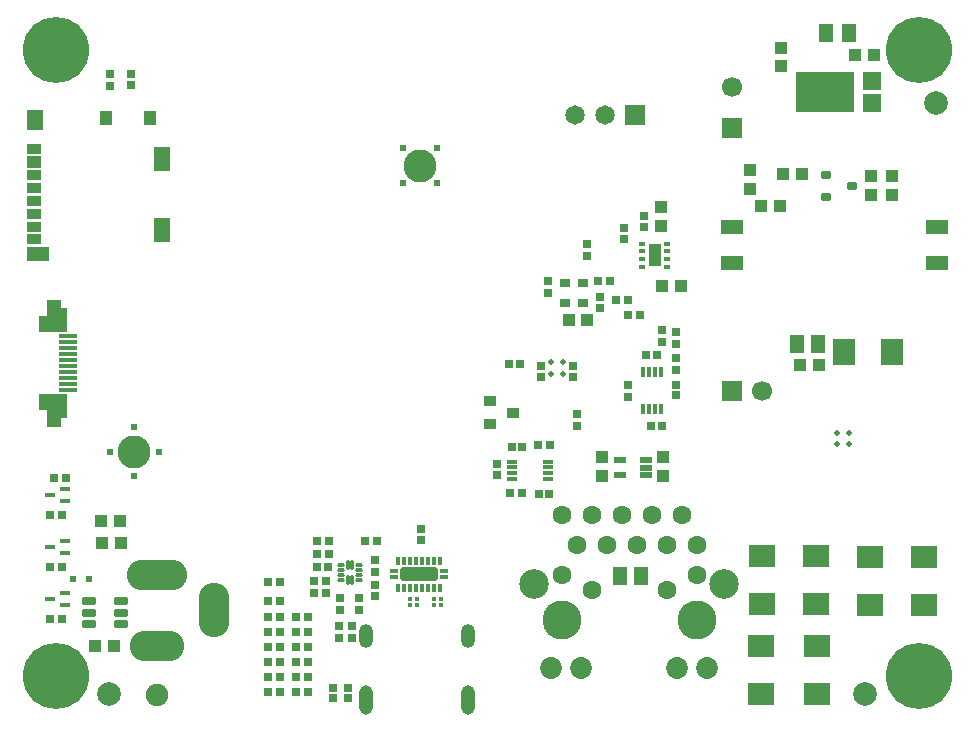
<source format=gbs>
G04*
G04 #@! TF.GenerationSoftware,Altium Limited,Altium Designer,20.0.13 (296)*
G04*
G04 Layer_Color=16711935*
%FSLAX44Y44*%
%MOMM*%
G71*
G01*
G75*
%ADD66R,0.4000X0.9000*%
%ADD67R,0.9000X0.4000*%
%ADD70R,1.1516X1.5016*%
%ADD71R,1.2516X1.5516*%
%ADD72R,0.7516X0.6516*%
%ADD77C,2.0000*%
%ADD79R,1.0016X1.1016*%
%ADD81R,0.7216X0.7216*%
%ADD82R,0.7216X0.7216*%
%ADD83R,1.1016X1.0016*%
%ADD84R,0.6516X0.7516*%
%ADD90R,1.8796X2.2606*%
%ADD102C,1.7000*%
%ADD103R,1.7000X1.7000*%
%ADD104C,1.6016*%
%ADD105C,1.8516*%
%ADD106C,3.3016*%
%ADD107C,2.5016*%
%ADD109C,1.9016*%
%ADD110O,4.6000X2.6000*%
%ADD111O,5.1000X2.6000*%
%ADD112O,2.6000X4.6000*%
%ADD113C,1.6516*%
%ADD114R,1.6516X1.6516*%
%ADD115C,5.6016*%
%ADD116O,1.2000X2.0000*%
%ADD117O,1.2000X2.5000*%
%ADD118R,1.7000X1.7000*%
%ADD119C,0.5080*%
%ADD120C,0.6080*%
%ADD198R,1.5016X1.4916*%
%ADD199R,4.9616X3.4616*%
%ADD200R,1.0000X0.5000*%
%ADD201R,1.0216X1.0816*%
G04:AMPARAMS|DCode=202|XSize=0.5mm|YSize=0.4mm|CornerRadius=0mm|HoleSize=0mm|Usage=FLASHONLY|Rotation=180.000|XOffset=0mm|YOffset=0mm|HoleType=Round|Shape=RoundedRectangle|*
%AMROUNDEDRECTD202*
21,1,0.5000,0.4000,0,0,180.0*
21,1,0.5000,0.4000,0,0,180.0*
1,1,0.0000,-0.2500,0.2000*
1,1,0.0000,0.2500,0.2000*
1,1,0.0000,0.2500,-0.2000*
1,1,0.0000,-0.2500,-0.2000*
%
%ADD202ROUNDEDRECTD202*%
G04:AMPARAMS|DCode=203|XSize=1.1mm|YSize=1.9mm|CornerRadius=0.01mm|HoleSize=0mm|Usage=FLASHONLY|Rotation=180.000|XOffset=0mm|YOffset=0mm|HoleType=Round|Shape=RoundedRectangle|*
%AMROUNDEDRECTD203*
21,1,1.1000,1.8800,0,0,180.0*
21,1,1.0800,1.9000,0,0,180.0*
1,1,0.0200,-0.5400,0.9400*
1,1,0.0200,0.5400,0.9400*
1,1,0.0200,0.5400,-0.9400*
1,1,0.0200,-0.5400,-0.9400*
%
%ADD203ROUNDEDRECTD203*%
%ADD204R,1.0016X0.9016*%
%ADD205R,0.8116X0.4016*%
%ADD206R,0.5816X0.5016*%
G04:AMPARAMS|DCode=207|XSize=0.7016mm|YSize=1.1016mm|CornerRadius=0.1018mm|HoleSize=0mm|Usage=FLASHONLY|Rotation=270.000|XOffset=0mm|YOffset=0mm|HoleType=Round|Shape=RoundedRectangle|*
%AMROUNDEDRECTD207*
21,1,0.7016,0.8980,0,0,270.0*
21,1,0.4980,1.1016,0,0,270.0*
1,1,0.2036,-0.4490,-0.2490*
1,1,0.2036,-0.4490,0.2490*
1,1,0.2036,0.4490,0.2490*
1,1,0.2036,0.4490,-0.2490*
%
%ADD207ROUNDEDRECTD207*%
%ADD208R,1.5066X0.4066*%
%ADD209R,1.1016X1.1016*%
%ADD210R,0.9516X0.7516*%
%ADD211R,1.4516X1.6516*%
%ADD212R,1.9016X1.2716*%
%ADD213R,1.4516X2.0016*%
%ADD214R,1.1016X1.3016*%
%ADD215R,1.2016X0.9516*%
%ADD216R,1.2016X0.9766*%
%ADD217R,1.2016X0.8516*%
%ADD218R,1.9016X1.2516*%
G04:AMPARAMS|DCode=219|XSize=0.6516mm|YSize=0.9016mm|CornerRadius=0.1003mm|HoleSize=0mm|Usage=FLASHONLY|Rotation=270.000|XOffset=0mm|YOffset=0mm|HoleType=Round|Shape=RoundedRectangle|*
%AMROUNDEDRECTD219*
21,1,0.6516,0.7010,0,0,270.0*
21,1,0.4510,0.9016,0,0,270.0*
1,1,0.2006,-0.3505,-0.2255*
1,1,0.2006,-0.3505,0.2255*
1,1,0.2006,0.3505,0.2255*
1,1,0.2006,0.3505,-0.2255*
%
%ADD219ROUNDEDRECTD219*%
%ADD220R,0.4216X0.4616*%
G04:AMPARAMS|DCode=221|XSize=0.39mm|YSize=0.74mm|CornerRadius=0.095mm|HoleSize=0mm|Usage=FLASHONLY|Rotation=180.000|XOffset=0mm|YOffset=0mm|HoleType=Round|Shape=RoundedRectangle|*
%AMROUNDEDRECTD221*
21,1,0.3900,0.5500,0,0,180.0*
21,1,0.2000,0.7400,0,0,180.0*
1,1,0.1900,-0.1000,0.2750*
1,1,0.1900,0.1000,0.2750*
1,1,0.1900,0.1000,-0.2750*
1,1,0.1900,-0.1000,-0.2750*
%
%ADD221ROUNDEDRECTD221*%
G04:AMPARAMS|DCode=222|XSize=1.14mm|YSize=3.14mm|CornerRadius=0.12mm|HoleSize=0mm|Usage=FLASHONLY|Rotation=270.000|XOffset=0mm|YOffset=0mm|HoleType=Round|Shape=RoundedRectangle|*
%AMROUNDEDRECTD222*
21,1,1.1400,2.9000,0,0,270.0*
21,1,0.9000,3.1400,0,0,270.0*
1,1,0.2400,-1.4500,-0.4500*
1,1,0.2400,-1.4500,0.4500*
1,1,0.2400,1.4500,0.4500*
1,1,0.2400,1.4500,-0.4500*
%
%ADD222ROUNDEDRECTD222*%
G04:AMPARAMS|DCode=223|XSize=0.39mm|YSize=0.74mm|CornerRadius=0.095mm|HoleSize=0mm|Usage=FLASHONLY|Rotation=270.000|XOffset=0mm|YOffset=0mm|HoleType=Round|Shape=RoundedRectangle|*
%AMROUNDEDRECTD223*
21,1,0.3900,0.5500,0,0,270.0*
21,1,0.2000,0.7400,0,0,270.0*
1,1,0.1900,-0.2750,-0.1000*
1,1,0.1900,-0.2750,0.1000*
1,1,0.1900,0.2750,0.1000*
1,1,0.1900,0.2750,-0.1000*
%
%ADD223ROUNDEDRECTD223*%
G04:AMPARAMS|DCode=224|XSize=0.3mm|YSize=0.6mm|CornerRadius=0.1mm|HoleSize=0mm|Usage=FLASHONLY|Rotation=90.000|XOffset=0mm|YOffset=0mm|HoleType=Round|Shape=RoundedRectangle|*
%AMROUNDEDRECTD224*
21,1,0.3000,0.4000,0,0,90.0*
21,1,0.1000,0.6000,0,0,90.0*
1,1,0.2000,0.2000,0.0500*
1,1,0.2000,0.2000,-0.0500*
1,1,0.2000,-0.2000,-0.0500*
1,1,0.2000,-0.2000,0.0500*
%
%ADD224ROUNDEDRECTD224*%
G04:AMPARAMS|DCode=225|XSize=0.3mm|YSize=0.8mm|CornerRadius=0.1mm|HoleSize=0mm|Usage=FLASHONLY|Rotation=180.000|XOffset=0mm|YOffset=0mm|HoleType=Round|Shape=RoundedRectangle|*
%AMROUNDEDRECTD225*
21,1,0.3000,0.6000,0,0,180.0*
21,1,0.1000,0.8000,0,0,180.0*
1,1,0.2000,-0.0500,0.3000*
1,1,0.2000,0.0500,0.3000*
1,1,0.2000,0.0500,-0.3000*
1,1,0.2000,-0.0500,-0.3000*
%
%ADD225ROUNDEDRECTD225*%
%ADD226R,2.2606X1.8796*%
%ADD227R,2.4016X1.3516*%
%ADD228R,1.2016X2.7516*%
%ADD229R,1.7016X2.0516*%
%ADD230R,1.7016X2.0516*%
%ADD231R,1.2016X2.7516*%
%ADD232C,2.8000*%
G36*
X37775Y352646D02*
X37870Y352617D01*
X37959Y352569D01*
X38036Y352506D01*
X38100Y352429D01*
X38147Y352340D01*
X38176Y352245D01*
X38186Y352145D01*
X38176Y352045D01*
X38147Y351950D01*
X38100Y351861D01*
X38036Y351784D01*
X37959Y351721D01*
X37870Y351673D01*
X37775Y351644D01*
X37675Y351635D01*
X37576Y351644D01*
X37480Y351673D01*
X37392Y351721D01*
X37314Y351784D01*
X37251Y351861D01*
X37204Y351950D01*
X37174Y352045D01*
X37165Y352145D01*
X37174Y352245D01*
X37204Y352340D01*
X37251Y352429D01*
X37314Y352506D01*
X37392Y352569D01*
X37480Y352617D01*
X37576Y352646D01*
X37675Y352655D01*
X37775Y352646D01*
D02*
G37*
D66*
X532131Y292016D02*
D03*
X537131D02*
D03*
X542131D02*
D03*
X547131D02*
D03*
X532131Y261016D02*
D03*
X537131D02*
D03*
X542131D02*
D03*
X547131D02*
D03*
D67*
X420500Y201500D02*
D03*
Y206500D02*
D03*
Y211500D02*
D03*
Y216500D02*
D03*
X451500Y201500D02*
D03*
Y206500D02*
D03*
Y211500D02*
D03*
Y216500D02*
D03*
D70*
X706000Y579000D02*
D03*
X687000D02*
D03*
D71*
X512000Y120000D02*
D03*
X530000D02*
D03*
X662000Y316000D02*
D03*
X680000D02*
D03*
D72*
X560000Y326000D02*
D03*
Y316000D02*
D03*
X548000Y328000D02*
D03*
Y318000D02*
D03*
X98232Y545038D02*
D03*
Y535038D02*
D03*
X80568Y534663D02*
D03*
Y544663D02*
D03*
X451581Y359170D02*
D03*
Y369170D02*
D03*
X484500Y400500D02*
D03*
Y390500D02*
D03*
X291000Y91003D02*
D03*
Y101003D02*
D03*
X275000Y91003D02*
D03*
Y101003D02*
D03*
X305000Y133000D02*
D03*
Y123000D02*
D03*
X274000Y77003D02*
D03*
Y67003D02*
D03*
X285000Y77003D02*
D03*
Y67003D02*
D03*
X475600Y246400D02*
D03*
Y256400D02*
D03*
X408000Y204704D02*
D03*
Y214704D02*
D03*
X560000Y304000D02*
D03*
Y294000D02*
D03*
X519000Y271000D02*
D03*
Y281000D02*
D03*
D77*
X80000Y20000D02*
D03*
X780000Y520000D02*
D03*
X720000Y20000D02*
D03*
D79*
X727000Y561000D02*
D03*
X711000D02*
D03*
X681000Y298000D02*
D03*
X665000D02*
D03*
X73406Y147829D02*
D03*
X89406D02*
D03*
X89000Y166000D02*
D03*
X73000D02*
D03*
X68000Y60000D02*
D03*
X84000D02*
D03*
X564000Y365000D02*
D03*
X548000D02*
D03*
X632000Y432500D02*
D03*
X648000D02*
D03*
X666000Y460000D02*
D03*
X650000D02*
D03*
D81*
X443500Y188703D02*
D03*
X452500D02*
D03*
X547500Y247000D02*
D03*
X538500D02*
D03*
X420500Y229000D02*
D03*
X429500D02*
D03*
D82*
X515241Y405000D02*
D03*
Y414000D02*
D03*
X533000Y424500D02*
D03*
Y415500D02*
D03*
X495581Y355670D02*
D03*
Y346670D02*
D03*
X268868Y25203D02*
D03*
Y16203D02*
D03*
X282100Y24900D02*
D03*
Y15900D02*
D03*
X343922Y159452D02*
D03*
Y150452D02*
D03*
X305000Y112000D02*
D03*
Y103000D02*
D03*
X472250Y288189D02*
D03*
Y297189D02*
D03*
X445250Y288132D02*
D03*
Y297132D02*
D03*
X560000Y272500D02*
D03*
Y281500D02*
D03*
D83*
X497000Y204000D02*
D03*
Y220000D02*
D03*
X549000Y204000D02*
D03*
Y220000D02*
D03*
X622500Y463000D02*
D03*
Y447000D02*
D03*
X649000Y567000D02*
D03*
Y551000D02*
D03*
X547000Y416000D02*
D03*
Y432000D02*
D03*
X725000Y458000D02*
D03*
Y442000D02*
D03*
X742500Y442000D02*
D03*
Y458000D02*
D03*
D84*
X494000Y369000D02*
D03*
X504000D02*
D03*
X224308Y85238D02*
D03*
X214308D02*
D03*
X224308Y98238D02*
D03*
X214308D02*
D03*
X238308Y34038D02*
D03*
X248308D02*
D03*
X238308Y46838D02*
D03*
X248308D02*
D03*
X39500Y83500D02*
D03*
X29500D02*
D03*
X39500Y171500D02*
D03*
X29500D02*
D03*
X43000Y203000D02*
D03*
X33000D02*
D03*
X39494Y127506D02*
D03*
X29494D02*
D03*
X224308Y21238D02*
D03*
X214308D02*
D03*
X224308Y34038D02*
D03*
X214308D02*
D03*
X224308Y46838D02*
D03*
X214308D02*
D03*
X224308Y59638D02*
D03*
X214308D02*
D03*
X224308Y72438D02*
D03*
X214308D02*
D03*
X238308Y21238D02*
D03*
X248308D02*
D03*
X238308Y72438D02*
D03*
X248308D02*
D03*
X238308Y59638D02*
D03*
X248308D02*
D03*
X238308Y85238D02*
D03*
X248308D02*
D03*
X214576Y114504D02*
D03*
X224576D02*
D03*
X529000Y341000D02*
D03*
X519000D02*
D03*
X518741Y353022D02*
D03*
X508741D02*
D03*
X253501Y115504D02*
D03*
X263501D02*
D03*
X253501Y105504D02*
D03*
X263501D02*
D03*
X255382Y126936D02*
D03*
X265382D02*
D03*
X256000Y138000D02*
D03*
X266000D02*
D03*
X296363Y149228D02*
D03*
X306363D02*
D03*
X256000Y149000D02*
D03*
X266000D02*
D03*
X428000Y299000D02*
D03*
X418000D02*
D03*
X443000Y230750D02*
D03*
X453000D02*
D03*
X419000Y189704D02*
D03*
X429000D02*
D03*
X544000Y307000D02*
D03*
X534000D02*
D03*
D90*
X742320Y309000D02*
D03*
X701680D02*
D03*
D102*
X607000Y533500D02*
D03*
X632500Y276000D02*
D03*
D103*
X607000Y498500D02*
D03*
D104*
X475550Y145500D02*
D03*
X500950D02*
D03*
X526350D02*
D03*
X551750D02*
D03*
X577150D02*
D03*
X564450Y170900D02*
D03*
X539050D02*
D03*
X513650D02*
D03*
X488250D02*
D03*
X462850D02*
D03*
X577150Y120300D02*
D03*
X551750Y107600D02*
D03*
X488250D02*
D03*
X462850Y120300D02*
D03*
D105*
X586300Y41400D02*
D03*
X560900D02*
D03*
X479100D02*
D03*
X453700D02*
D03*
D106*
X577150Y82000D02*
D03*
X462850D02*
D03*
D107*
X600645Y112500D02*
D03*
X439355D02*
D03*
D109*
X120000Y18500D02*
D03*
D110*
X120000Y60250D02*
D03*
D111*
X120000Y120250D02*
D03*
D112*
X168250Y90500D02*
D03*
D113*
X474200Y510000D02*
D03*
X499600D02*
D03*
D114*
X525000D02*
D03*
D115*
X765000Y35000D02*
D03*
X35000Y565000D02*
D03*
Y35000D02*
D03*
X765000Y565000D02*
D03*
D116*
X383200Y68403D02*
D03*
X296800D02*
D03*
D117*
X383200Y14803D02*
D03*
X296800D02*
D03*
D118*
X607500Y276000D02*
D03*
D119*
X705764Y231071D02*
D03*
X695764Y231071D02*
D03*
X695764Y241071D02*
D03*
X705764Y241071D02*
D03*
X463750Y291000D02*
D03*
X453750D02*
D03*
X463750Y301000D02*
D03*
X453750D02*
D03*
D120*
X80250Y225000D02*
D03*
X121750D02*
D03*
X101000Y245750D02*
D03*
Y204250D02*
D03*
X357673Y481672D02*
D03*
X328328Y452327D02*
D03*
X357673D02*
D03*
X328328Y481672D02*
D03*
D198*
X726000Y538400D02*
D03*
Y520000D02*
D03*
D199*
X686180Y529200D02*
D03*
D200*
X534001Y211251D02*
D03*
Y217751D02*
D03*
X512001D02*
D03*
X534001Y204751D02*
D03*
X512001D02*
D03*
D201*
X484481Y336170D02*
D03*
X468681D02*
D03*
D202*
X531000Y401000D02*
D03*
Y394500D02*
D03*
Y388000D02*
D03*
Y381500D02*
D03*
X552000D02*
D03*
Y388000D02*
D03*
Y394500D02*
D03*
Y401000D02*
D03*
D203*
X541500Y391250D02*
D03*
D204*
X402000Y267500D02*
D03*
Y248500D02*
D03*
X422000Y258000D02*
D03*
D205*
X42200Y105000D02*
D03*
Y95000D02*
D03*
X30000Y100000D02*
D03*
X42194Y149006D02*
D03*
Y139006D02*
D03*
X29994Y144006D02*
D03*
X42200Y193000D02*
D03*
Y183000D02*
D03*
X30000Y188000D02*
D03*
D206*
X49400Y117000D02*
D03*
X62600D02*
D03*
D207*
X90077Y79040D02*
D03*
Y88539D02*
D03*
Y98040D02*
D03*
X62577D02*
D03*
Y88539D02*
D03*
Y79040D02*
D03*
D208*
X44945Y277415D02*
D03*
D03*
Y282415D02*
D03*
Y287415D02*
D03*
Y292415D02*
D03*
Y297415D02*
D03*
Y302415D02*
D03*
Y307415D02*
D03*
Y312415D02*
D03*
Y317415D02*
D03*
Y322415D02*
D03*
D209*
X35135Y262925D02*
D03*
X35055Y337075D02*
D03*
D210*
X465831Y350920D02*
D03*
X481331Y367420D02*
D03*
Y350920D02*
D03*
X465831Y367420D02*
D03*
D211*
X17125Y505725D02*
D03*
D212*
X19375Y392525D02*
D03*
D213*
X124125Y472475D02*
D03*
Y412775D02*
D03*
D214*
X114375Y507475D02*
D03*
X77375D02*
D03*
D215*
X15875Y481125D02*
D03*
Y459125D02*
D03*
Y448125D02*
D03*
Y437125D02*
D03*
Y426125D02*
D03*
Y415125D02*
D03*
D216*
Y470125D02*
D03*
D217*
Y404625D02*
D03*
D218*
X781000Y385000D02*
D03*
Y415000D02*
D03*
X607000Y385000D02*
D03*
Y415000D02*
D03*
D219*
X686500Y440500D02*
D03*
Y459500D02*
D03*
X708500Y450000D02*
D03*
D220*
X340751Y94704D02*
D03*
Y100304D02*
D03*
X334751Y94704D02*
D03*
Y100304D02*
D03*
X360751Y94704D02*
D03*
Y100304D02*
D03*
X354751Y94704D02*
D03*
Y100304D02*
D03*
D221*
X334500Y132503D02*
D03*
X329500D02*
D03*
X354500D02*
D03*
X349500D02*
D03*
X324500D02*
D03*
X339500D02*
D03*
X344500D02*
D03*
X359500D02*
D03*
X354500Y109503D02*
D03*
X359500D02*
D03*
X334500D02*
D03*
X339500D02*
D03*
X344500D02*
D03*
X349500D02*
D03*
X324500D02*
D03*
X329500D02*
D03*
D222*
X342000Y121003D02*
D03*
D223*
X363500Y123503D02*
D03*
Y118503D02*
D03*
X320500D02*
D03*
Y123503D02*
D03*
D224*
X291252Y116505D02*
D03*
Y120505D02*
D03*
Y124505D02*
D03*
Y128505D02*
D03*
X276252D02*
D03*
Y124505D02*
D03*
Y120505D02*
D03*
Y116505D02*
D03*
D225*
X285751Y129005D02*
D03*
X281751D02*
D03*
Y116005D02*
D03*
X285751D02*
D03*
D226*
X724000Y136000D02*
D03*
Y95360D02*
D03*
X770000Y136000D02*
D03*
Y95360D02*
D03*
X678133Y95680D02*
D03*
Y136320D02*
D03*
X632000Y19680D02*
D03*
Y60320D02*
D03*
X679000Y19680D02*
D03*
Y60320D02*
D03*
X632200Y95680D02*
D03*
Y136320D02*
D03*
D227*
X32444Y266666D02*
D03*
X32444Y333167D02*
D03*
D228*
X33445Y259665D02*
D03*
D229*
X35945Y263165D02*
D03*
D230*
X35945Y336665D02*
D03*
D231*
X33445Y340165D02*
D03*
D232*
X101000Y225000D02*
D03*
X343000Y467000D02*
D03*
M02*

</source>
